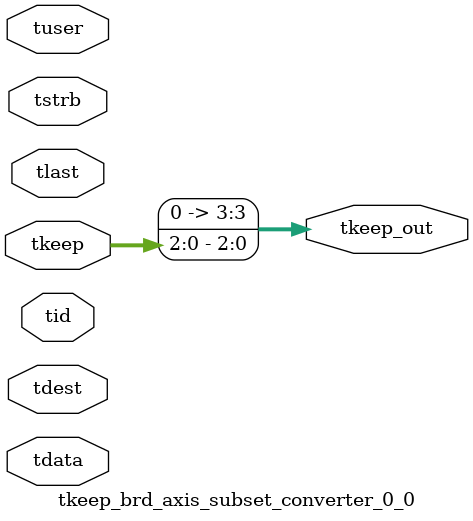
<source format=v>


`timescale 1ps/1ps

module tkeep_brd_axis_subset_converter_0_0 #
(
parameter C_S_AXIS_TDATA_WIDTH = 32,
parameter C_S_AXIS_TUSER_WIDTH = 0,
parameter C_S_AXIS_TID_WIDTH   = 0,
parameter C_S_AXIS_TDEST_WIDTH = 0,
parameter C_M_AXIS_TDATA_WIDTH = 32
)
(
input  [(C_S_AXIS_TDATA_WIDTH == 0 ? 1 : C_S_AXIS_TDATA_WIDTH)-1:0     ] tdata,
input  [(C_S_AXIS_TUSER_WIDTH == 0 ? 1 : C_S_AXIS_TUSER_WIDTH)-1:0     ] tuser,
input  [(C_S_AXIS_TID_WIDTH   == 0 ? 1 : C_S_AXIS_TID_WIDTH)-1:0       ] tid,
input  [(C_S_AXIS_TDEST_WIDTH == 0 ? 1 : C_S_AXIS_TDEST_WIDTH)-1:0     ] tdest,
input  [(C_S_AXIS_TDATA_WIDTH/8)-1:0 ] tkeep,
input  [(C_S_AXIS_TDATA_WIDTH/8)-1:0 ] tstrb,
input                                                                    tlast,
output [(C_M_AXIS_TDATA_WIDTH/8)-1:0 ] tkeep_out
);

assign tkeep_out = {tkeep[2:0]};

endmodule


</source>
